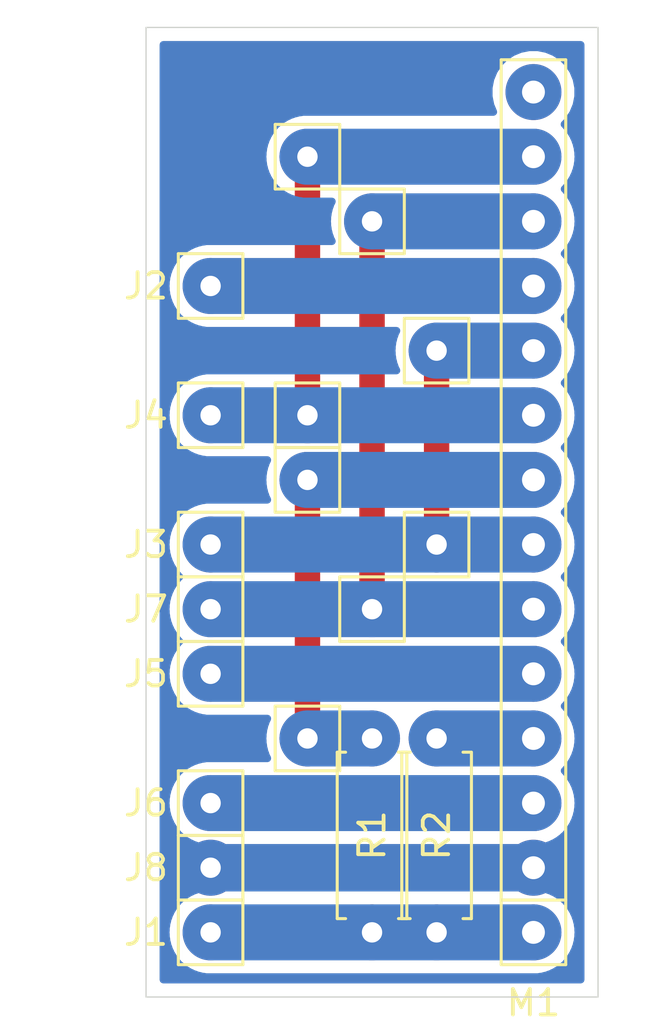
<source format=kicad_pcb>
(kicad_pcb (version 20171130) (host pcbnew "(5.1.6)-1")

  (general
    (thickness 1.6)
    (drawings 7)
    (tracks 17)
    (zones 0)
    (modules 19)
    (nets 12)
  )

  (page A4)
  (layers
    (0 F.Cu signal)
    (31 B.Cu signal)
    (32 B.Adhes user)
    (33 F.Adhes user)
    (34 B.Paste user)
    (35 F.Paste user)
    (36 B.SilkS user)
    (37 F.SilkS user)
    (38 B.Mask user)
    (39 F.Mask user)
    (40 Dwgs.User user hide)
    (41 Cmts.User user)
    (42 Eco1.User user)
    (43 Eco2.User user)
    (44 Edge.Cuts user)
    (45 Margin user)
    (46 B.CrtYd user)
    (47 F.CrtYd user)
    (48 B.Fab user)
    (49 F.Fab user)
  )

  (setup
    (last_trace_width 0.25)
    (user_trace_width 1)
    (user_trace_width 2)
    (user_trace_width 2.2)
    (trace_clearance 0.2)
    (zone_clearance 0.508)
    (zone_45_only no)
    (trace_min 0.2)
    (via_size 0.8)
    (via_drill 0.4)
    (via_min_size 0.4)
    (via_min_drill 0.3)
    (uvia_size 0.3)
    (uvia_drill 0.1)
    (uvias_allowed no)
    (uvia_min_size 0.2)
    (uvia_min_drill 0.1)
    (edge_width 0.05)
    (segment_width 0.2)
    (pcb_text_width 0.3)
    (pcb_text_size 1.5 1.5)
    (mod_edge_width 0.12)
    (mod_text_size 1 1)
    (mod_text_width 0.15)
    (pad_size 1.524 1.524)
    (pad_drill 0.762)
    (pad_to_mask_clearance 0.05)
    (aux_axis_origin 0 0)
    (visible_elements 7FFFFFFF)
    (pcbplotparams
      (layerselection 0x01040_fffffffe)
      (usegerberextensions false)
      (usegerberattributes true)
      (usegerberadvancedattributes true)
      (creategerberjobfile false)
      (excludeedgelayer true)
      (linewidth 0.100000)
      (plotframeref false)
      (viasonmask false)
      (mode 1)
      (useauxorigin false)
      (hpglpennumber 1)
      (hpglpenspeed 20)
      (hpglpendiameter 15.000000)
      (psnegative false)
      (psa4output false)
      (plotreference true)
      (plotvalue true)
      (plotinvisibletext false)
      (padsonsilk false)
      (subtractmaskfromsilk false)
      (outputformat 1)
      (mirror false)
      (drillshape 0)
      (scaleselection 1)
      (outputdirectory "plot/"))
  )

  (net 0 "")
  (net 1 "Net-(J1-Pad1)")
  (net 2 "Net-(M1-Pad4)")
  (net 3 "Net-(M1-Pad8)")
  (net 4 "Net-(M1-Pad14)")
  (net 5 "Net-(J2-Pad1)")
  (net 6 "Net-(J3-Pad1)")
  (net 7 "Net-(J4-Pad1)")
  (net 8 "Net-(J5-Pad1)")
  (net 9 "Net-(J6-Pad1)")
  (net 10 "Net-(J7-Pad1)")
  (net 11 "Net-(J8-Pad1)")

  (net_class Default "This is the default net class."
    (clearance 0.2)
    (trace_width 0.25)
    (via_dia 0.8)
    (via_drill 0.4)
    (uvia_dia 0.3)
    (uvia_drill 0.1)
    (add_net "Net-(J1-Pad1)")
    (add_net "Net-(J2-Pad1)")
    (add_net "Net-(J3-Pad1)")
    (add_net "Net-(J4-Pad1)")
    (add_net "Net-(J5-Pad1)")
    (add_net "Net-(J6-Pad1)")
    (add_net "Net-(J7-Pad1)")
    (add_net "Net-(J8-Pad1)")
    (add_net "Net-(M1-Pad14)")
    (add_net "Net-(M1-Pad4)")
    (add_net "Net-(M1-Pad8)")
  )

  (module cnc3018-PCB:my1pin (layer F.Cu) (tedit 612C312C) (tstamp 61478490)
    (at 2.54 -2.54 180)
    (path /6147C8F0)
    (fp_text reference J1 (at 2.54 0) (layer F.SilkS)
      (effects (font (size 1 1) (thickness 0.15)))
    )
    (fp_text value 5V (at 6.35 0) (layer F.Fab)
      (effects (font (size 1 1) (thickness 0.15)))
    )
    (fp_line (start -1.27 -1.27) (end 1.27 -1.27) (layer F.SilkS) (width 0.12))
    (fp_line (start -1.27 -1.27) (end -1.27 1.27) (layer F.SilkS) (width 0.12))
    (fp_line (start -1.27 1.27) (end 1.27 1.27) (layer F.SilkS) (width 0.12))
    (fp_line (start 1.27 1.27) (end 1.27 -1.27) (layer F.SilkS) (width 0.12))
    (pad 1 thru_hole circle (at 0 0 180) (size 2.2 2.2) (drill 0.8) (layers *.Cu *.Mask)
      (net 1 "Net-(J1-Pad1)"))
  )

  (module cnc3018-PCB:my1pin (layer F.Cu) (tedit 612C312C) (tstamp 61478499)
    (at 2.54 -27.94 180)
    (path /6147DA28)
    (fp_text reference J2 (at 2.54 0) (layer F.SilkS)
      (effects (font (size 1 1) (thickness 0.15)))
    )
    (fp_text value T_CS (at 6.35 0) (layer F.Fab)
      (effects (font (size 1 1) (thickness 0.15)))
    )
    (fp_line (start 1.27 1.27) (end 1.27 -1.27) (layer F.SilkS) (width 0.12))
    (fp_line (start -1.27 1.27) (end 1.27 1.27) (layer F.SilkS) (width 0.12))
    (fp_line (start -1.27 -1.27) (end -1.27 1.27) (layer F.SilkS) (width 0.12))
    (fp_line (start -1.27 -1.27) (end 1.27 -1.27) (layer F.SilkS) (width 0.12))
    (pad 1 thru_hole circle (at 0 0 180) (size 2.2 2.2) (drill 0.8) (layers *.Cu *.Mask)
      (net 5 "Net-(J2-Pad1)"))
  )

  (module cnc3018-PCB:my1pin (layer F.Cu) (tedit 612C312C) (tstamp 614784A2)
    (at 2.54 -17.78 180)
    (path /6147E475)
    (fp_text reference J3 (at 2.54 0) (layer F.SilkS)
      (effects (font (size 1 1) (thickness 0.15)))
    )
    (fp_text value CLK (at 6.35 0) (layer F.Fab)
      (effects (font (size 1 1) (thickness 0.15)))
    )
    (fp_line (start -1.27 -1.27) (end 1.27 -1.27) (layer F.SilkS) (width 0.12))
    (fp_line (start -1.27 -1.27) (end -1.27 1.27) (layer F.SilkS) (width 0.12))
    (fp_line (start -1.27 1.27) (end 1.27 1.27) (layer F.SilkS) (width 0.12))
    (fp_line (start 1.27 1.27) (end 1.27 -1.27) (layer F.SilkS) (width 0.12))
    (pad 1 thru_hole circle (at 0 0 180) (size 2.2 2.2) (drill 0.8) (layers *.Cu *.Mask)
      (net 6 "Net-(J3-Pad1)"))
  )

  (module cnc3018-PCB:my1pin (layer F.Cu) (tedit 612C312C) (tstamp 614784AB)
    (at 2.54 -22.86 180)
    (path /6147F1E3)
    (fp_text reference J4 (at 2.54 0) (layer F.SilkS)
      (effects (font (size 1 1) (thickness 0.15)))
    )
    (fp_text value MISO (at 6.35 0) (layer F.Fab)
      (effects (font (size 1 1) (thickness 0.15)))
    )
    (fp_line (start 1.27 1.27) (end 1.27 -1.27) (layer F.SilkS) (width 0.12))
    (fp_line (start -1.27 1.27) (end 1.27 1.27) (layer F.SilkS) (width 0.12))
    (fp_line (start -1.27 -1.27) (end -1.27 1.27) (layer F.SilkS) (width 0.12))
    (fp_line (start -1.27 -1.27) (end 1.27 -1.27) (layer F.SilkS) (width 0.12))
    (pad 1 thru_hole circle (at 0 0 180) (size 2.2 2.2) (drill 0.8) (layers *.Cu *.Mask)
      (net 7 "Net-(J4-Pad1)"))
  )

  (module cnc3018-PCB:my1pin (layer F.Cu) (tedit 612C312C) (tstamp 614784B4)
    (at 2.54 -12.7 180)
    (path /6147FDC6)
    (fp_text reference J5 (at 2.54 0) (layer F.SilkS)
      (effects (font (size 1 1) (thickness 0.15)))
    )
    (fp_text value DC (at 6.35 0) (layer F.Fab)
      (effects (font (size 1 1) (thickness 0.15)))
    )
    (fp_line (start -1.27 -1.27) (end 1.27 -1.27) (layer F.SilkS) (width 0.12))
    (fp_line (start -1.27 -1.27) (end -1.27 1.27) (layer F.SilkS) (width 0.12))
    (fp_line (start -1.27 1.27) (end 1.27 1.27) (layer F.SilkS) (width 0.12))
    (fp_line (start 1.27 1.27) (end 1.27 -1.27) (layer F.SilkS) (width 0.12))
    (pad 1 thru_hole circle (at 0 0 180) (size 2.2 2.2) (drill 0.8) (layers *.Cu *.Mask)
      (net 8 "Net-(J5-Pad1)"))
  )

  (module cnc3018-PCB:my1pin (layer F.Cu) (tedit 612C312C) (tstamp 614784BD)
    (at 2.54 -7.62 180)
    (path /61480747)
    (fp_text reference J6 (at 2.54 0) (layer F.SilkS)
      (effects (font (size 1 1) (thickness 0.15)))
    )
    (fp_text value CS (at 6.35 0) (layer F.Fab)
      (effects (font (size 1 1) (thickness 0.15)))
    )
    (fp_line (start 1.27 1.27) (end 1.27 -1.27) (layer F.SilkS) (width 0.12))
    (fp_line (start -1.27 1.27) (end 1.27 1.27) (layer F.SilkS) (width 0.12))
    (fp_line (start -1.27 -1.27) (end -1.27 1.27) (layer F.SilkS) (width 0.12))
    (fp_line (start -1.27 -1.27) (end 1.27 -1.27) (layer F.SilkS) (width 0.12))
    (pad 1 thru_hole circle (at 0 0 180) (size 2.2 2.2) (drill 0.8) (layers *.Cu *.Mask)
      (net 9 "Net-(J6-Pad1)"))
  )

  (module cnc3018-PCB:my1pin (layer F.Cu) (tedit 612C312C) (tstamp 614784C6)
    (at 2.54 -15.24 180)
    (path /6148260B)
    (fp_text reference J7 (at 2.54 0) (layer F.SilkS)
      (effects (font (size 1 1) (thickness 0.15)))
    )
    (fp_text value MOSI (at 6.35 0) (layer F.Fab)
      (effects (font (size 1 1) (thickness 0.15)))
    )
    (fp_line (start -1.27 -1.27) (end 1.27 -1.27) (layer F.SilkS) (width 0.12))
    (fp_line (start -1.27 -1.27) (end -1.27 1.27) (layer F.SilkS) (width 0.12))
    (fp_line (start -1.27 1.27) (end 1.27 1.27) (layer F.SilkS) (width 0.12))
    (fp_line (start 1.27 1.27) (end 1.27 -1.27) (layer F.SilkS) (width 0.12))
    (pad 1 thru_hole circle (at 0 0 180) (size 2.2 2.2) (drill 0.8) (layers *.Cu *.Mask)
      (net 10 "Net-(J7-Pad1)"))
  )

  (module cnc3018-PCB:my1pin (layer F.Cu) (tedit 612C312C) (tstamp 614784CF)
    (at 2.54 -5.08 180)
    (path /6148308A)
    (fp_text reference J8 (at 2.54 0) (layer F.SilkS)
      (effects (font (size 1 1) (thickness 0.15)))
    )
    (fp_text value GND (at 6.35 0) (layer F.Fab)
      (effects (font (size 1 1) (thickness 0.15)))
    )
    (fp_line (start 1.27 1.27) (end 1.27 -1.27) (layer F.SilkS) (width 0.12))
    (fp_line (start -1.27 1.27) (end 1.27 1.27) (layer F.SilkS) (width 0.12))
    (fp_line (start -1.27 -1.27) (end -1.27 1.27) (layer F.SilkS) (width 0.12))
    (fp_line (start -1.27 -1.27) (end 1.27 -1.27) (layer F.SilkS) (width 0.12))
    (pad 1 thru_hole circle (at 0 0 180) (size 2.2 2.2) (drill 0.8) (layers *.Cu *.Mask)
      (net 11 "Net-(J8-Pad1)"))
  )

  (module cnc3018-PCB:my1pin (layer F.Cu) (tedit 612C312C) (tstamp 6147896A)
    (at 6.35 -20.32)
    (path /614948AC)
    (fp_text reference V1 (at 0 2.54) (layer F.SilkS) hide
      (effects (font (size 1 1) (thickness 0.15)))
    )
    (fp_text value Conn_01x01 (at 0 -2.54) (layer F.Fab) hide
      (effects (font (size 1 1) (thickness 0.15)))
    )
    (fp_line (start 1.27 1.27) (end 1.27 -1.27) (layer F.SilkS) (width 0.12))
    (fp_line (start -1.27 1.27) (end 1.27 1.27) (layer F.SilkS) (width 0.12))
    (fp_line (start -1.27 -1.27) (end -1.27 1.27) (layer F.SilkS) (width 0.12))
    (fp_line (start -1.27 -1.27) (end 1.27 -1.27) (layer F.SilkS) (width 0.12))
    (pad 1 thru_hole circle (at 0 0) (size 2.2 2.2) (drill 0.8) (layers *.Cu *.Mask)
      (net 3 "Net-(M1-Pad8)"))
  )

  (module cnc3018-PCB:my1pin (layer F.Cu) (tedit 612C312C) (tstamp 61478973)
    (at 6.35 -10.16)
    (path /614953E0)
    (fp_text reference V2 (at 0 2.54) (layer F.SilkS) hide
      (effects (font (size 1 1) (thickness 0.15)))
    )
    (fp_text value Conn_01x01 (at 0 -2.54) (layer F.Fab) hide
      (effects (font (size 1 1) (thickness 0.15)))
    )
    (fp_line (start -1.27 -1.27) (end 1.27 -1.27) (layer F.SilkS) (width 0.12))
    (fp_line (start -1.27 -1.27) (end -1.27 1.27) (layer F.SilkS) (width 0.12))
    (fp_line (start -1.27 1.27) (end 1.27 1.27) (layer F.SilkS) (width 0.12))
    (fp_line (start 1.27 1.27) (end 1.27 -1.27) (layer F.SilkS) (width 0.12))
    (pad 1 thru_hole circle (at 0 0) (size 2.2 2.2) (drill 0.8) (layers *.Cu *.Mask)
      (net 3 "Net-(M1-Pad8)"))
  )

  (module cnc3018-PCB:my1pin (layer F.Cu) (tedit 612C312C) (tstamp 6147897C)
    (at 11.43 -25.4)
    (path /6149312E)
    (fp_text reference V3 (at 0 2.54) (layer F.SilkS) hide
      (effects (font (size 1 1) (thickness 0.15)))
    )
    (fp_text value Conn_01x01 (at 0 -2.54) (layer F.Fab) hide
      (effects (font (size 1 1) (thickness 0.15)))
    )
    (fp_line (start 1.27 1.27) (end 1.27 -1.27) (layer F.SilkS) (width 0.12))
    (fp_line (start -1.27 1.27) (end 1.27 1.27) (layer F.SilkS) (width 0.12))
    (fp_line (start -1.27 -1.27) (end -1.27 1.27) (layer F.SilkS) (width 0.12))
    (fp_line (start -1.27 -1.27) (end 1.27 -1.27) (layer F.SilkS) (width 0.12))
    (pad 1 thru_hole circle (at 0 0) (size 2.2 2.2) (drill 0.8) (layers *.Cu *.Mask)
      (net 6 "Net-(J3-Pad1)"))
  )

  (module cnc3018-PCB:my1pin (layer F.Cu) (tedit 612C312C) (tstamp 61478985)
    (at 11.43 -17.78)
    (path /61493B84)
    (fp_text reference V5 (at 0 2.54) (layer F.SilkS) hide
      (effects (font (size 1 1) (thickness 0.15)))
    )
    (fp_text value Conn_01x01 (at 0 -2.54) (layer F.Fab) hide
      (effects (font (size 1 1) (thickness 0.15)))
    )
    (fp_line (start -1.27 -1.27) (end 1.27 -1.27) (layer F.SilkS) (width 0.12))
    (fp_line (start -1.27 -1.27) (end -1.27 1.27) (layer F.SilkS) (width 0.12))
    (fp_line (start -1.27 1.27) (end 1.27 1.27) (layer F.SilkS) (width 0.12))
    (fp_line (start 1.27 1.27) (end 1.27 -1.27) (layer F.SilkS) (width 0.12))
    (pad 1 thru_hole circle (at 0 0) (size 2.2 2.2) (drill 0.8) (layers *.Cu *.Mask)
      (net 6 "Net-(J3-Pad1)"))
  )

  (module cnc3018-PCB:my1pin (layer F.Cu) (tedit 612C312C) (tstamp 6147898E)
    (at 6.35 -22.86)
    (path /61491E38)
    (fp_text reference V6 (at 0 2.54) (layer F.SilkS) hide
      (effects (font (size 1 1) (thickness 0.15)))
    )
    (fp_text value Conn_01x01 (at 0 -2.54) (layer F.Fab) hide
      (effects (font (size 1 1) (thickness 0.15)))
    )
    (fp_line (start 1.27 1.27) (end 1.27 -1.27) (layer F.SilkS) (width 0.12))
    (fp_line (start -1.27 1.27) (end 1.27 1.27) (layer F.SilkS) (width 0.12))
    (fp_line (start -1.27 -1.27) (end -1.27 1.27) (layer F.SilkS) (width 0.12))
    (fp_line (start -1.27 -1.27) (end 1.27 -1.27) (layer F.SilkS) (width 0.12))
    (pad 1 thru_hole circle (at 0 0) (size 2.2 2.2) (drill 0.8) (layers *.Cu *.Mask)
      (net 7 "Net-(J4-Pad1)"))
  )

  (module cnc3018-PCB:my1pin (layer F.Cu) (tedit 612C312C) (tstamp 61478997)
    (at 8.89 -15.24)
    (path /614909A3)
    (fp_text reference V7 (at 0 2.54) (layer F.SilkS) hide
      (effects (font (size 1 1) (thickness 0.15)))
    )
    (fp_text value Conn_01x01 (at 0 -2.54) (layer F.Fab) hide
      (effects (font (size 1 1) (thickness 0.15)))
    )
    (fp_line (start 1.27 1.27) (end 1.27 -1.27) (layer F.SilkS) (width 0.12))
    (fp_line (start -1.27 1.27) (end 1.27 1.27) (layer F.SilkS) (width 0.12))
    (fp_line (start -1.27 -1.27) (end -1.27 1.27) (layer F.SilkS) (width 0.12))
    (fp_line (start -1.27 -1.27) (end 1.27 -1.27) (layer F.SilkS) (width 0.12))
    (pad 1 thru_hole circle (at 0 0) (size 2.2 2.2) (drill 0.8) (layers *.Cu *.Mask)
      (net 10 "Net-(J7-Pad1)"))
  )

  (module cnc3018-PCB:my1pin (layer F.Cu) (tedit 612C312C) (tstamp 614789A0)
    (at 6.35 -33.02)
    (path /61492738)
    (fp_text reference V8 (at 0 2.54) (layer F.SilkS) hide
      (effects (font (size 1 1) (thickness 0.15)))
    )
    (fp_text value Conn_01x01 (at 0 -2.54) (layer F.Fab) hide
      (effects (font (size 1 1) (thickness 0.15)))
    )
    (fp_line (start -1.27 -1.27) (end 1.27 -1.27) (layer F.SilkS) (width 0.12))
    (fp_line (start -1.27 -1.27) (end -1.27 1.27) (layer F.SilkS) (width 0.12))
    (fp_line (start -1.27 1.27) (end 1.27 1.27) (layer F.SilkS) (width 0.12))
    (fp_line (start 1.27 1.27) (end 1.27 -1.27) (layer F.SilkS) (width 0.12))
    (pad 1 thru_hole circle (at 0 0) (size 2.2 2.2) (drill 0.8) (layers *.Cu *.Mask)
      (net 7 "Net-(J4-Pad1)"))
  )

  (module cnc3018-PCB:my1pin (layer F.Cu) (tedit 612C312C) (tstamp 614789A9)
    (at 8.89 -30.48)
    (path /614913A4)
    (fp_text reference V9 (at 0 2.54) (layer F.SilkS) hide
      (effects (font (size 1 1) (thickness 0.15)))
    )
    (fp_text value Conn_01x01 (at 0 -2.54) (layer F.Fab) hide
      (effects (font (size 1 1) (thickness 0.15)))
    )
    (fp_line (start -1.27 -1.27) (end 1.27 -1.27) (layer F.SilkS) (width 0.12))
    (fp_line (start -1.27 -1.27) (end -1.27 1.27) (layer F.SilkS) (width 0.12))
    (fp_line (start -1.27 1.27) (end 1.27 1.27) (layer F.SilkS) (width 0.12))
    (fp_line (start 1.27 1.27) (end 1.27 -1.27) (layer F.SilkS) (width 0.12))
    (pad 1 thru_hole circle (at 0 0) (size 2.2 2.2) (drill 0.8) (layers *.Cu *.Mask)
      (net 10 "Net-(J7-Pad1)"))
  )

  (module 0_my_footprints:myResistor (layer F.Cu) (tedit 663A7FBA) (tstamp 679F48BE)
    (at 8.89 -2.54 90)
    (descr "Resistor, Axial_DIN0207 series, Axial, Horizontal, pin pitch=7.62mm, 0.25W = 1/4W, length*diameter=6.3*2.5mm^2, http://cdn-reichelt.de/documents/datenblatt/B400/1_4W%23YAG.pdf")
    (tags "Resistor Axial_DIN0207 series Axial Horizontal pin pitch 7.62mm 0.25W = 1/4W length 6.3mm diameter 2.5mm")
    (path /6149A29E)
    (fp_text reference R1 (at 3.81 0 90) (layer F.SilkS)
      (effects (font (size 1 1) (thickness 0.15)))
    )
    (fp_text value 100 (at 3.81 -2.54 90) (layer F.Fab)
      (effects (font (size 1 1) (thickness 0.15)))
    )
    (fp_text user %R (at 3.81 0 90) (layer F.Fab)
      (effects (font (size 1 1) (thickness 0.15)))
    )
    (fp_line (start 8.67 -1.5) (end -1.05 -1.5) (layer F.CrtYd) (width 0.05))
    (fp_line (start 8.67 1.5) (end 8.67 -1.5) (layer F.CrtYd) (width 0.05))
    (fp_line (start -1.05 1.5) (end 8.67 1.5) (layer F.CrtYd) (width 0.05))
    (fp_line (start -1.05 -1.5) (end -1.05 1.5) (layer F.CrtYd) (width 0.05))
    (fp_line (start 7.08 1.37) (end 7.08 1.04) (layer F.SilkS) (width 0.12))
    (fp_line (start 0.54 1.37) (end 7.08 1.37) (layer F.SilkS) (width 0.12))
    (fp_line (start 0.54 1.04) (end 0.54 1.37) (layer F.SilkS) (width 0.12))
    (fp_line (start 7.08 -1.37) (end 7.08 -1.04) (layer F.SilkS) (width 0.12))
    (fp_line (start 0.54 -1.37) (end 7.08 -1.37) (layer F.SilkS) (width 0.12))
    (fp_line (start 0.54 -1.04) (end 0.54 -1.37) (layer F.SilkS) (width 0.12))
    (fp_line (start 7.62 0) (end 6.96 0) (layer F.Fab) (width 0.1))
    (fp_line (start 0 0) (end 0.66 0) (layer F.Fab) (width 0.1))
    (fp_line (start 6.96 -1.25) (end 0.66 -1.25) (layer F.Fab) (width 0.1))
    (fp_line (start 6.96 1.25) (end 6.96 -1.25) (layer F.Fab) (width 0.1))
    (fp_line (start 0.66 1.25) (end 6.96 1.25) (layer F.Fab) (width 0.1))
    (fp_line (start 0.66 -1.25) (end 0.66 1.25) (layer F.Fab) (width 0.1))
    (pad 2 thru_hole circle (at 7.62 0 90) (size 2.2 2.2) (drill 0.8) (layers *.Cu *.Mask)
      (net 3 "Net-(M1-Pad8)"))
    (pad 1 thru_hole circle (at 0 0 90) (size 2.2 2.2) (drill 0.8) (layers *.Cu *.Mask)
      (net 1 "Net-(J1-Pad1)"))
    (model ${KISYS3DMOD}/Resistor_THT.3dshapes/R_Axial_DIN0207_L6.3mm_D2.5mm_P7.62mm_Horizontal.wrl
      (at (xyz 0 0 0))
      (scale (xyz 1 1 1))
      (rotate (xyz 0 0 0))
    )
  )

  (module 0_my_footprints:myResistor (layer F.Cu) (tedit 663A7FBA) (tstamp 679F48D4)
    (at 11.43 -2.54 90)
    (descr "Resistor, Axial_DIN0207 series, Axial, Horizontal, pin pitch=7.62mm, 0.25W = 1/4W, length*diameter=6.3*2.5mm^2, http://cdn-reichelt.de/documents/datenblatt/B400/1_4W%23YAG.pdf")
    (tags "Resistor Axial_DIN0207 series Axial Horizontal pin pitch 7.62mm 0.25W = 1/4W length 6.3mm diameter 2.5mm")
    (path /6148DFD0)
    (fp_text reference R2 (at 3.81 0 90) (layer F.SilkS)
      (effects (font (size 1 1) (thickness 0.15)))
    )
    (fp_text value 10K (at 3.81 -2.54 90) (layer F.Fab)
      (effects (font (size 1 1) (thickness 0.15)))
    )
    (fp_line (start 0.66 -1.25) (end 0.66 1.25) (layer F.Fab) (width 0.1))
    (fp_line (start 0.66 1.25) (end 6.96 1.25) (layer F.Fab) (width 0.1))
    (fp_line (start 6.96 1.25) (end 6.96 -1.25) (layer F.Fab) (width 0.1))
    (fp_line (start 6.96 -1.25) (end 0.66 -1.25) (layer F.Fab) (width 0.1))
    (fp_line (start 0 0) (end 0.66 0) (layer F.Fab) (width 0.1))
    (fp_line (start 7.62 0) (end 6.96 0) (layer F.Fab) (width 0.1))
    (fp_line (start 0.54 -1.04) (end 0.54 -1.37) (layer F.SilkS) (width 0.12))
    (fp_line (start 0.54 -1.37) (end 7.08 -1.37) (layer F.SilkS) (width 0.12))
    (fp_line (start 7.08 -1.37) (end 7.08 -1.04) (layer F.SilkS) (width 0.12))
    (fp_line (start 0.54 1.04) (end 0.54 1.37) (layer F.SilkS) (width 0.12))
    (fp_line (start 0.54 1.37) (end 7.08 1.37) (layer F.SilkS) (width 0.12))
    (fp_line (start 7.08 1.37) (end 7.08 1.04) (layer F.SilkS) (width 0.12))
    (fp_line (start -1.05 -1.5) (end -1.05 1.5) (layer F.CrtYd) (width 0.05))
    (fp_line (start -1.05 1.5) (end 8.67 1.5) (layer F.CrtYd) (width 0.05))
    (fp_line (start 8.67 1.5) (end 8.67 -1.5) (layer F.CrtYd) (width 0.05))
    (fp_line (start 8.67 -1.5) (end -1.05 -1.5) (layer F.CrtYd) (width 0.05))
    (fp_text user %R (at 3.81 0 90) (layer F.Fab)
      (effects (font (size 1 1) (thickness 0.15)))
    )
    (pad 1 thru_hole circle (at 0 0 90) (size 2.2 2.2) (drill 0.8) (layers *.Cu *.Mask)
      (net 1 "Net-(J1-Pad1)"))
    (pad 2 thru_hole circle (at 7.62 0 90) (size 2.2 2.2) (drill 0.8) (layers *.Cu *.Mask)
      (net 2 "Net-(M1-Pad4)"))
    (model ${KISYS3DMOD}/Resistor_THT.3dshapes/R_Axial_DIN0207_L6.3mm_D2.5mm_P7.62mm_Horizontal.wrl
      (at (xyz 0 0 0))
      (scale (xyz 1 1 1))
      (rotate (xyz 0 0 0))
    )
  )

  (module 0_my_footprints:myPinSocket_1x14 (layer F.Cu) (tedit 64E24243) (tstamp 679F49B4)
    (at 15.24 -2.54 180)
    (descr "8.4mm tall socket strip, 1x14, 2.54mm pitch, from kicad_pinsockets.pm")
    (tags "Through hole socket strip THT 1x14 2.54mm single row")
    (path /6147A123)
    (fp_text reference M1 (at 0 -2.77) (layer F.SilkS)
      (effects (font (size 1 1) (thickness 0.15)))
    )
    (fp_text value TFT_ILI9341 (at 0 35.79) (layer F.Fab)
      (effects (font (size 1 1) (thickness 0.15)))
    )
    (fp_line (start -1.27 1.27) (end 1.27 1.27) (layer F.SilkS) (width 0.12))
    (fp_line (start 1.27 34.29) (end -1.27 34.29) (layer F.SilkS) (width 0.12))
    (fp_line (start 1.27 -1.27) (end 1.27 34.29) (layer F.SilkS) (width 0.12))
    (fp_line (start -1.27 -1.27) (end 1.27 -1.27) (layer F.SilkS) (width 0.12))
    (fp_line (start -1.27 34.29) (end -1.27 -1.27) (layer F.SilkS) (width 0.12))
    (pad 1 thru_hole circle (at 0 0 180) (size 2.2 2.2) (drill 0.9) (layers *.Cu *.Mask)
      (net 1 "Net-(J1-Pad1)"))
    (pad 2 thru_hole circle (at 0 2.54 180) (size 2.2 2.2) (drill 0.9) (layers *.Cu *.Mask)
      (net 11 "Net-(J8-Pad1)"))
    (pad 3 thru_hole circle (at 0 5.08 180) (size 2.2 2.2) (drill 0.9) (layers *.Cu *.Mask)
      (net 9 "Net-(J6-Pad1)"))
    (pad 4 thru_hole circle (at 0 7.62 180) (size 2.2 2.2) (drill 0.9) (layers *.Cu *.Mask)
      (net 2 "Net-(M1-Pad4)"))
    (pad 5 thru_hole circle (at 0 10.16 180) (size 2.2 2.2) (drill 0.9) (layers *.Cu *.Mask)
      (net 8 "Net-(J5-Pad1)"))
    (pad 6 thru_hole circle (at 0 12.7 180) (size 2.2 2.2) (drill 0.9) (layers *.Cu *.Mask)
      (net 10 "Net-(J7-Pad1)"))
    (pad 7 thru_hole circle (at 0 15.24 180) (size 2.2 2.2) (drill 0.9) (layers *.Cu *.Mask)
      (net 6 "Net-(J3-Pad1)"))
    (pad 8 thru_hole circle (at 0 17.78 180) (size 2.2 2.2) (drill 0.9) (layers *.Cu *.Mask)
      (net 3 "Net-(M1-Pad8)"))
    (pad 9 thru_hole circle (at 0 20.32 180) (size 2.2 2.2) (drill 0.9) (layers *.Cu *.Mask)
      (net 7 "Net-(J4-Pad1)"))
    (pad 10 thru_hole circle (at 0 22.86 180) (size 2.2 2.2) (drill 0.9) (layers *.Cu *.Mask)
      (net 6 "Net-(J3-Pad1)"))
    (pad 11 thru_hole circle (at 0 25.4 180) (size 2.2 2.2) (drill 0.9) (layers *.Cu *.Mask)
      (net 5 "Net-(J2-Pad1)"))
    (pad 12 thru_hole circle (at 0 27.94 180) (size 2.2 2.2) (drill 0.9) (layers *.Cu *.Mask)
      (net 10 "Net-(J7-Pad1)"))
    (pad 13 thru_hole circle (at 0 30.48 180) (size 2.2 2.2) (drill 0.9) (layers *.Cu *.Mask)
      (net 7 "Net-(J4-Pad1)"))
    (pad 14 thru_hole circle (at 0 33.02 180) (size 2.2 2.2) (drill 0.9) (layers *.Cu *.Mask)
      (net 4 "Net-(M1-Pad14)"))
    (model ${MY_KICAD_LIBRARIES}/my_3d_files/pinSockets/myPinSocket_1x14.step
      (at (xyz 0 0 0))
      (scale (xyz 1 1 1))
      (rotate (xyz 0 0 0))
    )
  )

  (gr_line (start 0 0) (end 0 -38.1) (layer Edge.Cuts) (width 0.05) (tstamp 615916DA))
  (gr_line (start 17.78 0) (end 0 0) (layer Edge.Cuts) (width 0.05))
  (gr_line (start 17.78 -38.1) (end 17.78 0) (layer Edge.Cuts) (width 0.05))
  (gr_line (start 0 -38.1) (end 17.78 -38.1) (layer Edge.Cuts) (width 0.05))
  (dimension 38.1 (width 0.15) (layer Dwgs.User)
    (gr_text "38.100 mm" (at 24.16 -19.05 90) (layer Dwgs.User)
      (effects (font (size 1 1) (thickness 0.15)))
    )
    (feature1 (pts (xy 17.78 -38.1) (xy 23.446421 -38.1)))
    (feature2 (pts (xy 17.78 0) (xy 23.446421 0)))
    (crossbar (pts (xy 22.86 0) (xy 22.86 -38.1)))
    (arrow1a (pts (xy 22.86 -38.1) (xy 23.446421 -36.973496)))
    (arrow1b (pts (xy 22.86 -38.1) (xy 22.273579 -36.973496)))
    (arrow2a (pts (xy 22.86 0) (xy 23.446421 -1.126504)))
    (arrow2b (pts (xy 22.86 0) (xy 22.273579 -1.126504)))
  )
  (dimension 17.78 (width 0.15) (layer Dwgs.User)
    (gr_text "17.780 mm" (at 8.89 3.84) (layer Dwgs.User)
      (effects (font (size 1 1) (thickness 0.15)))
    )
    (feature1 (pts (xy 17.78 0) (xy 17.78 3.126421)))
    (feature2 (pts (xy 0 0) (xy 0 3.126421)))
    (crossbar (pts (xy 0 2.54) (xy 17.78 2.54)))
    (arrow1a (pts (xy 17.78 2.54) (xy 16.653496 3.126421)))
    (arrow1b (pts (xy 17.78 2.54) (xy 16.653496 1.953579)))
    (arrow2a (pts (xy 0 2.54) (xy 1.126504 3.126421)))
    (arrow2b (pts (xy 0 2.54) (xy 1.126504 1.953579)))
  )
  (gr_text "2.5mm\n" (at 11.73 -2.5) (layer Dwgs.User)
    (effects (font (size 1 1) (thickness 0.15)))
  )

  (segment (start 15.24 -2.54) (end 2.54 -2.54) (width 2.2) (layer B.Cu) (net 1))
  (segment (start 15.24 -10.16) (end 11.43 -10.16) (width 2.2) (layer B.Cu) (net 2))
  (segment (start 6.35 -20.32) (end 6.35 -10.16) (width 1) (layer F.Cu) (net 3))
  (segment (start 8.89 -10.16) (end 6.35 -10.16) (width 2.2) (layer B.Cu) (net 3))
  (segment (start 6.35 -20.32) (end 15.24 -20.32) (width 2.2) (layer B.Cu) (net 3))
  (segment (start 2.54 -27.94) (end 15.24 -27.94) (width 2.2) (layer B.Cu) (net 5))
  (segment (start 11.43 -25.4) (end 11.43 -17.78) (width 1) (layer F.Cu) (net 6))
  (segment (start 2.54 -17.78) (end 15.24 -17.78) (width 2.2) (layer B.Cu) (net 6))
  (segment (start 11.43 -25.4) (end 15.24 -25.4) (width 2.2) (layer B.Cu) (net 6))
  (segment (start 6.35 -33.02) (end 6.35 -22.86) (width 1) (layer F.Cu) (net 7))
  (segment (start 2.54 -22.86) (end 15.24 -22.86) (width 2.2) (layer B.Cu) (net 7))
  (segment (start 6.35 -33.02) (end 15.24 -33.02) (width 2.2) (layer B.Cu) (net 7))
  (segment (start 2.54 -12.7) (end 15.24 -12.7) (width 2.2) (layer B.Cu) (net 8))
  (segment (start 15.24 -7.62) (end 2.54 -7.62) (width 2.2) (layer B.Cu) (net 9))
  (segment (start 8.89 -30.48) (end 8.89 -15.24) (width 1) (layer F.Cu) (net 10))
  (segment (start 2.54 -15.24) (end 15.24 -15.24) (width 2.2) (layer B.Cu) (net 10))
  (segment (start 8.89 -30.48) (end 15.24 -30.48) (width 2.2) (layer B.Cu) (net 10))

  (zone (net 11) (net_name "Net-(J8-Pad1)") (layer B.Cu) (tstamp 61479726) (hatch edge 0.508)
    (connect_pads yes (clearance 0.508))
    (min_thickness 0.3)
    (fill yes (arc_segments 32) (thermal_gap 0.508) (thermal_bridge_width 0.508))
    (polygon
      (pts
        (xy 17.78 0) (xy 0 0) (xy 0 -38.1) (xy 17.78 -38.1)
      )
    )
    (filled_polygon
      (pts
        (xy 17.097001 -0.683) (xy 0.683 -0.683) (xy 0.683 -2.54) (xy 0.773494 -2.54) (xy 0.782 -2.453637)
        (xy 0.782 -2.366852) (xy 0.798931 -2.281734) (xy 0.807437 -2.195372) (xy 0.832628 -2.112328) (xy 0.849559 -2.02721)
        (xy 0.882769 -1.947034) (xy 0.907961 -1.863987) (xy 0.948872 -1.787448) (xy 0.982081 -1.707275) (xy 1.030294 -1.635118)
        (xy 1.071204 -1.558582) (xy 1.126255 -1.491503) (xy 1.174472 -1.41934) (xy 1.235844 -1.357968) (xy 1.290892 -1.290892)
        (xy 1.357968 -1.235844) (xy 1.41934 -1.174472) (xy 1.491503 -1.126255) (xy 1.558582 -1.071204) (xy 1.635118 -1.030294)
        (xy 1.707275 -0.982081) (xy 1.787448 -0.948872) (xy 1.863987 -0.907961) (xy 1.947034 -0.882769) (xy 2.02721 -0.849559)
        (xy 2.112328 -0.832628) (xy 2.195372 -0.807437) (xy 2.281734 -0.798931) (xy 2.366852 -0.782) (xy 15.413148 -0.782)
        (xy 15.498266 -0.798931) (xy 15.584628 -0.807437) (xy 15.667672 -0.832628) (xy 15.75279 -0.849559) (xy 15.832966 -0.882769)
        (xy 15.916013 -0.907961) (xy 15.992552 -0.948872) (xy 16.072725 -0.982081) (xy 16.144882 -1.030294) (xy 16.221418 -1.071204)
        (xy 16.288497 -1.126255) (xy 16.36066 -1.174472) (xy 16.422032 -1.235844) (xy 16.489108 -1.290892) (xy 16.544156 -1.357968)
        (xy 16.605528 -1.41934) (xy 16.653745 -1.491503) (xy 16.708796 -1.558582) (xy 16.749706 -1.635118) (xy 16.797919 -1.707275)
        (xy 16.831128 -1.787448) (xy 16.872039 -1.863987) (xy 16.897231 -1.947034) (xy 16.930441 -2.02721) (xy 16.947372 -2.112328)
        (xy 16.972563 -2.195372) (xy 16.981069 -2.281734) (xy 16.998 -2.366852) (xy 16.998 -2.453637) (xy 17.006506 -2.54)
        (xy 16.998 -2.626363) (xy 16.998 -2.713148) (xy 16.981069 -2.798266) (xy 16.972563 -2.884628) (xy 16.947372 -2.967672)
        (xy 16.930441 -3.05279) (xy 16.897231 -3.132966) (xy 16.872039 -3.216013) (xy 16.831128 -3.292552) (xy 16.797919 -3.372725)
        (xy 16.749706 -3.444882) (xy 16.708796 -3.521418) (xy 16.653745 -3.588497) (xy 16.605528 -3.66066) (xy 16.544156 -3.722032)
        (xy 16.489108 -3.789108) (xy 16.422032 -3.844156) (xy 16.36066 -3.905528) (xy 16.288497 -3.953745) (xy 16.221418 -4.008796)
        (xy 16.144882 -4.049706) (xy 16.072725 -4.097919) (xy 15.992552 -4.131128) (xy 15.916013 -4.172039) (xy 15.832966 -4.197231)
        (xy 15.75279 -4.230441) (xy 15.667672 -4.247372) (xy 15.584628 -4.272563) (xy 15.498266 -4.281069) (xy 15.413148 -4.298)
        (xy 2.366852 -4.298) (xy 2.281734 -4.281069) (xy 2.195372 -4.272563) (xy 2.112328 -4.247372) (xy 2.02721 -4.230441)
        (xy 1.947034 -4.197231) (xy 1.863987 -4.172039) (xy 1.787448 -4.131128) (xy 1.707275 -4.097919) (xy 1.635118 -4.049706)
        (xy 1.558582 -4.008796) (xy 1.491503 -3.953745) (xy 1.41934 -3.905528) (xy 1.357968 -3.844156) (xy 1.290892 -3.789108)
        (xy 1.235844 -3.722032) (xy 1.174472 -3.66066) (xy 1.126255 -3.588497) (xy 1.071204 -3.521418) (xy 1.030294 -3.444882)
        (xy 0.982081 -3.372725) (xy 0.948872 -3.292552) (xy 0.907961 -3.216013) (xy 0.882769 -3.132966) (xy 0.849559 -3.05279)
        (xy 0.832628 -2.967672) (xy 0.807437 -2.884628) (xy 0.798931 -2.798266) (xy 0.782 -2.713148) (xy 0.782 -2.626363)
        (xy 0.773494 -2.54) (xy 0.683 -2.54) (xy 0.683 -27.94) (xy 0.773494 -27.94) (xy 0.782 -27.853637)
        (xy 0.782 -27.766852) (xy 0.798931 -27.681734) (xy 0.807437 -27.595372) (xy 0.832628 -27.512328) (xy 0.849559 -27.42721)
        (xy 0.882769 -27.347034) (xy 0.907961 -27.263987) (xy 0.948872 -27.187448) (xy 0.982081 -27.107275) (xy 1.030294 -27.035118)
        (xy 1.071204 -26.958582) (xy 1.126255 -26.891503) (xy 1.174472 -26.81934) (xy 1.235844 -26.757968) (xy 1.290892 -26.690892)
        (xy 1.357968 -26.635844) (xy 1.41934 -26.574472) (xy 1.491503 -26.526255) (xy 1.558582 -26.471204) (xy 1.635118 -26.430294)
        (xy 1.707275 -26.382081) (xy 1.787448 -26.348872) (xy 1.863987 -26.307961) (xy 1.947034 -26.282769) (xy 2.02721 -26.249559)
        (xy 2.112328 -26.232628) (xy 2.195372 -26.207437) (xy 2.281734 -26.198931) (xy 2.366852 -26.182) (xy 9.85107 -26.182)
        (xy 9.838872 -26.152552) (xy 9.797961 -26.076013) (xy 9.772769 -25.992966) (xy 9.739559 -25.91279) (xy 9.722628 -25.827672)
        (xy 9.697437 -25.744628) (xy 9.688931 -25.658266) (xy 9.672 -25.573148) (xy 9.672 -25.486363) (xy 9.663494 -25.4)
        (xy 9.672 -25.313637) (xy 9.672 -25.226852) (xy 9.688931 -25.141734) (xy 9.697437 -25.055372) (xy 9.722628 -24.972328)
        (xy 9.739559 -24.88721) (xy 9.772769 -24.807034) (xy 9.797961 -24.723987) (xy 9.838872 -24.647448) (xy 9.85107 -24.618)
        (xy 2.366852 -24.618) (xy 2.281734 -24.601069) (xy 2.195372 -24.592563) (xy 2.112328 -24.567372) (xy 2.02721 -24.550441)
        (xy 1.947034 -24.517231) (xy 1.863987 -24.492039) (xy 1.787448 -24.451128) (xy 1.707275 -24.417919) (xy 1.635118 -24.369706)
        (xy 1.558582 -24.328796) (xy 1.491503 -24.273745) (xy 1.41934 -24.225528) (xy 1.357968 -24.164156) (xy 1.290892 -24.109108)
        (xy 1.235844 -24.042032) (xy 1.174472 -23.98066) (xy 1.126255 -23.908497) (xy 1.071204 -23.841418) (xy 1.030294 -23.764882)
        (xy 0.982081 -23.692725) (xy 0.948872 -23.612552) (xy 0.907961 -23.536013) (xy 0.882769 -23.452966) (xy 0.849559 -23.37279)
        (xy 0.832628 -23.287672) (xy 0.807437 -23.204628) (xy 0.798931 -23.118266) (xy 0.782 -23.033148) (xy 0.782 -22.946363)
        (xy 0.773494 -22.86) (xy 0.782 -22.773637) (xy 0.782 -22.686852) (xy 0.798931 -22.601734) (xy 0.807437 -22.515372)
        (xy 0.832628 -22.432328) (xy 0.849559 -22.34721) (xy 0.882769 -22.267034) (xy 0.907961 -22.183987) (xy 0.948872 -22.107448)
        (xy 0.982081 -22.027275) (xy 1.030294 -21.955118) (xy 1.071204 -21.878582) (xy 1.126255 -21.811503) (xy 1.174472 -21.73934)
        (xy 1.235844 -21.677968) (xy 1.290892 -21.610892) (xy 1.357968 -21.555844) (xy 1.41934 -21.494472) (xy 1.491503 -21.446255)
        (xy 1.558582 -21.391204) (xy 1.635118 -21.350294) (xy 1.707275 -21.302081) (xy 1.787448 -21.268872) (xy 1.863987 -21.227961)
        (xy 1.947034 -21.202769) (xy 2.02721 -21.169559) (xy 2.112328 -21.152628) (xy 2.195372 -21.127437) (xy 2.281734 -21.118931)
        (xy 2.366852 -21.102) (xy 4.77107 -21.102) (xy 4.758872 -21.072552) (xy 4.717961 -20.996013) (xy 4.692769 -20.912966)
        (xy 4.659559 -20.83279) (xy 4.642628 -20.747672) (xy 4.617437 -20.664628) (xy 4.608931 -20.578266) (xy 4.592 -20.493148)
        (xy 4.592 -20.406363) (xy 4.583494 -20.32) (xy 4.592 -20.233637) (xy 4.592 -20.146852) (xy 4.608931 -20.061734)
        (xy 4.617437 -19.975372) (xy 4.642628 -19.892328) (xy 4.659559 -19.80721) (xy 4.692769 -19.727034) (xy 4.717961 -19.643987)
        (xy 4.758872 -19.567448) (xy 4.77107 -19.538) (xy 2.366852 -19.538) (xy 2.281734 -19.521069) (xy 2.195372 -19.512563)
        (xy 2.112328 -19.487372) (xy 2.02721 -19.470441) (xy 1.947034 -19.437231) (xy 1.863987 -19.412039) (xy 1.787448 -19.371128)
        (xy 1.707275 -19.337919) (xy 1.635118 -19.289706) (xy 1.558582 -19.248796) (xy 1.491503 -19.193745) (xy 1.41934 -19.145528)
        (xy 1.357968 -19.084156) (xy 1.290892 -19.029108) (xy 1.235844 -18.962032) (xy 1.174472 -18.90066) (xy 1.126255 -18.828497)
        (xy 1.071204 -18.761418) (xy 1.030294 -18.684882) (xy 0.982081 -18.612725) (xy 0.948872 -18.532552) (xy 0.907961 -18.456013)
        (xy 0.882769 -18.372966) (xy 0.849559 -18.29279) (xy 0.832628 -18.207672) (xy 0.807437 -18.124628) (xy 0.798931 -18.038266)
        (xy 0.782 -17.953148) (xy 0.782 -17.866363) (xy 0.773494 -17.78) (xy 0.782 -17.693637) (xy 0.782 -17.606852)
        (xy 0.798931 -17.521734) (xy 0.807437 -17.435372) (xy 0.832628 -17.352328) (xy 0.849559 -17.26721) (xy 0.882769 -17.187034)
        (xy 0.907961 -17.103987) (xy 0.948872 -17.027448) (xy 0.982081 -16.947275) (xy 1.030294 -16.875118) (xy 1.071204 -16.798582)
        (xy 1.126255 -16.731503) (xy 1.174472 -16.65934) (xy 1.235844 -16.597968) (xy 1.290892 -16.530892) (xy 1.316349 -16.51)
        (xy 1.290892 -16.489108) (xy 1.235844 -16.422032) (xy 1.174472 -16.36066) (xy 1.126255 -16.288497) (xy 1.071204 -16.221418)
        (xy 1.030294 -16.144882) (xy 0.982081 -16.072725) (xy 0.948872 -15.992552) (xy 0.907961 -15.916013) (xy 0.882769 -15.832966)
        (xy 0.849559 -15.75279) (xy 0.832628 -15.667672) (xy 0.807437 -15.584628) (xy 0.798931 -15.498266) (xy 0.782 -15.413148)
        (xy 0.782 -15.326363) (xy 0.773494 -15.24) (xy 0.782 -15.153637) (xy 0.782 -15.066852) (xy 0.798931 -14.981734)
        (xy 0.807437 -14.895372) (xy 0.832628 -14.812328) (xy 0.849559 -14.72721) (xy 0.882769 -14.647034) (xy 0.907961 -14.563987)
        (xy 0.948872 -14.487448) (xy 0.982081 -14.407275) (xy 1.030294 -14.335118) (xy 1.071204 -14.258582) (xy 1.126255 -14.191503)
        (xy 1.174472 -14.11934) (xy 1.235844 -14.057968) (xy 1.290892 -13.990892) (xy 1.316349 -13.97) (xy 1.290892 -13.949108)
        (xy 1.235844 -13.882032) (xy 1.174472 -13.82066) (xy 1.126255 -13.748497) (xy 1.071204 -13.681418) (xy 1.030294 -13.604882)
        (xy 0.982081 -13.532725) (xy 0.948872 -13.452552) (xy 0.907961 -13.376013) (xy 0.882769 -13.292966) (xy 0.849559 -13.21279)
        (xy 0.832628 -13.127672) (xy 0.807437 -13.044628) (xy 0.798931 -12.958266) (xy 0.782 -12.873148) (xy 0.782 -12.786363)
        (xy 0.773494 -12.7) (xy 0.782 -12.613637) (xy 0.782 -12.526852) (xy 0.798931 -12.441734) (xy 0.807437 -12.355372)
        (xy 0.832628 -12.272328) (xy 0.849559 -12.18721) (xy 0.882769 -12.107034) (xy 0.907961 -12.023987) (xy 0.948872 -11.947448)
        (xy 0.982081 -11.867275) (xy 1.030294 -11.795118) (xy 1.071204 -11.718582) (xy 1.126255 -11.651503) (xy 1.174472 -11.57934)
        (xy 1.235844 -11.517968) (xy 1.290892 -11.450892) (xy 1.357968 -11.395844) (xy 1.41934 -11.334472) (xy 1.491503 -11.286255)
        (xy 1.558582 -11.231204) (xy 1.635118 -11.190294) (xy 1.707275 -11.142081) (xy 1.787448 -11.108872) (xy 1.863987 -11.067961)
        (xy 1.947034 -11.042769) (xy 2.02721 -11.009559) (xy 2.112328 -10.992628) (xy 2.195372 -10.967437) (xy 2.281734 -10.958931)
        (xy 2.366852 -10.942) (xy 4.77107 -10.942) (xy 4.758872 -10.912552) (xy 4.717961 -10.836013) (xy 4.692769 -10.752966)
        (xy 4.659559 -10.67279) (xy 4.642628 -10.587672) (xy 4.617437 -10.504628) (xy 4.608931 -10.418266) (xy 4.592 -10.333148)
        (xy 4.592 -10.246363) (xy 4.583494 -10.16) (xy 4.592 -10.073637) (xy 4.592 -9.986852) (xy 4.608931 -9.901734)
        (xy 4.617437 -9.815372) (xy 4.642628 -9.732328) (xy 4.659559 -9.64721) (xy 4.692769 -9.567034) (xy 4.717961 -9.483987)
        (xy 4.758872 -9.407448) (xy 4.77107 -9.378) (xy 2.366852 -9.378) (xy 2.281734 -9.361069) (xy 2.195372 -9.352563)
        (xy 2.112328 -9.327372) (xy 2.02721 -9.310441) (xy 1.947034 -9.277231) (xy 1.863987 -9.252039) (xy 1.787448 -9.211128)
        (xy 1.707275 -9.177919) (xy 1.635118 -9.129706) (xy 1.558582 -9.088796) (xy 1.491503 -9.033745) (xy 1.41934 -8.985528)
        (xy 1.357968 -8.924156) (xy 1.290892 -8.869108) (xy 1.235844 -8.802032) (xy 1.174472 -8.74066) (xy 1.126255 -8.668497)
        (xy 1.071204 -8.601418) (xy 1.030294 -8.524882) (xy 0.982081 -8.452725) (xy 0.948872 -8.372552) (xy 0.907961 -8.296013)
        (xy 0.882769 -8.212966) (xy 0.849559 -8.13279) (xy 0.832628 -8.047672) (xy 0.807437 -7.964628) (xy 0.798931 -7.878266)
        (xy 0.782 -7.793148) (xy 0.782 -7.706363) (xy 0.773494 -7.62) (xy 0.782 -7.533637) (xy 0.782 -7.446852)
        (xy 0.798931 -7.361734) (xy 0.807437 -7.275372) (xy 0.832628 -7.192328) (xy 0.849559 -7.10721) (xy 0.882769 -7.027034)
        (xy 0.907961 -6.943987) (xy 0.948872 -6.867448) (xy 0.982081 -6.787275) (xy 1.030294 -6.715118) (xy 1.071204 -6.638582)
        (xy 1.126255 -6.571503) (xy 1.174472 -6.49934) (xy 1.235844 -6.437968) (xy 1.290892 -6.370892) (xy 1.357968 -6.315844)
        (xy 1.41934 -6.254472) (xy 1.491503 -6.206255) (xy 1.558582 -6.151204) (xy 1.635118 -6.110294) (xy 1.707275 -6.062081)
        (xy 1.787448 -6.028872) (xy 1.863987 -5.987961) (xy 1.947034 -5.962769) (xy 2.02721 -5.929559) (xy 2.112328 -5.912628)
        (xy 2.195372 -5.887437) (xy 2.281734 -5.878931) (xy 2.366852 -5.862) (xy 15.413148 -5.862) (xy 15.498266 -5.878931)
        (xy 15.584628 -5.887437) (xy 15.667672 -5.912628) (xy 15.75279 -5.929559) (xy 15.832966 -5.962769) (xy 15.916013 -5.987961)
        (xy 15.992552 -6.028872) (xy 16.072725 -6.062081) (xy 16.144882 -6.110294) (xy 16.221418 -6.151204) (xy 16.288497 -6.206255)
        (xy 16.36066 -6.254472) (xy 16.422032 -6.315844) (xy 16.489108 -6.370892) (xy 16.544156 -6.437968) (xy 16.605528 -6.49934)
        (xy 16.653745 -6.571503) (xy 16.708796 -6.638582) (xy 16.749706 -6.715118) (xy 16.797919 -6.787275) (xy 16.831128 -6.867448)
        (xy 16.872039 -6.943987) (xy 16.897231 -7.027034) (xy 16.930441 -7.10721) (xy 16.947372 -7.192328) (xy 16.972563 -7.275372)
        (xy 16.981069 -7.361734) (xy 16.998 -7.446852) (xy 16.998 -7.533637) (xy 17.006506 -7.62) (xy 16.998 -7.706363)
        (xy 16.998 -7.793148) (xy 16.981069 -7.878266) (xy 16.972563 -7.964628) (xy 16.947372 -8.047672) (xy 16.930441 -8.13279)
        (xy 16.897231 -8.212966) (xy 16.872039 -8.296013) (xy 16.831128 -8.372552) (xy 16.797919 -8.452725) (xy 16.749706 -8.524882)
        (xy 16.708796 -8.601418) (xy 16.653745 -8.668497) (xy 16.605528 -8.74066) (xy 16.544156 -8.802032) (xy 16.489108 -8.869108)
        (xy 16.463651 -8.89) (xy 16.489108 -8.910892) (xy 16.544156 -8.977968) (xy 16.605528 -9.03934) (xy 16.653745 -9.111503)
        (xy 16.708796 -9.178582) (xy 16.749706 -9.255118) (xy 16.797919 -9.327275) (xy 16.831128 -9.407448) (xy 16.872039 -9.483987)
        (xy 16.897231 -9.567034) (xy 16.930441 -9.64721) (xy 16.947372 -9.732328) (xy 16.972563 -9.815372) (xy 16.981069 -9.901734)
        (xy 16.998 -9.986852) (xy 16.998 -10.073637) (xy 17.006506 -10.16) (xy 16.998 -10.246363) (xy 16.998 -10.333148)
        (xy 16.981069 -10.418266) (xy 16.972563 -10.504628) (xy 16.947372 -10.587672) (xy 16.930441 -10.67279) (xy 16.897231 -10.752966)
        (xy 16.872039 -10.836013) (xy 16.831128 -10.912552) (xy 16.797919 -10.992725) (xy 16.749706 -11.064882) (xy 16.708796 -11.141418)
        (xy 16.653745 -11.208497) (xy 16.605528 -11.28066) (xy 16.544156 -11.342032) (xy 16.489108 -11.409108) (xy 16.463651 -11.43)
        (xy 16.489108 -11.450892) (xy 16.544156 -11.517968) (xy 16.605528 -11.57934) (xy 16.653745 -11.651503) (xy 16.708796 -11.718582)
        (xy 16.749706 -11.795118) (xy 16.797919 -11.867275) (xy 16.831128 -11.947448) (xy 16.872039 -12.023987) (xy 16.897231 -12.107034)
        (xy 16.930441 -12.18721) (xy 16.947372 -12.272328) (xy 16.972563 -12.355372) (xy 16.981069 -12.441734) (xy 16.998 -12.526852)
        (xy 16.998 -12.613637) (xy 17.006506 -12.7) (xy 16.998 -12.786363) (xy 16.998 -12.873148) (xy 16.981069 -12.958266)
        (xy 16.972563 -13.044628) (xy 16.947372 -13.127672) (xy 16.930441 -13.21279) (xy 16.897231 -13.292966) (xy 16.872039 -13.376013)
        (xy 16.831128 -13.452552) (xy 16.797919 -13.532725) (xy 16.749706 -13.604882) (xy 16.708796 -13.681418) (xy 16.653745 -13.748497)
        (xy 16.605528 -13.82066) (xy 16.544156 -13.882032) (xy 16.489108 -13.949108) (xy 16.463651 -13.97) (xy 16.489108 -13.990892)
        (xy 16.544156 -14.057968) (xy 16.605528 -14.11934) (xy 16.653745 -14.191503) (xy 16.708796 -14.258582) (xy 16.749706 -14.335118)
        (xy 16.797919 -14.407275) (xy 16.831128 -14.487448) (xy 16.872039 -14.563987) (xy 16.897231 -14.647034) (xy 16.930441 -14.72721)
        (xy 16.947372 -14.812328) (xy 16.972563 -14.895372) (xy 16.981069 -14.981734) (xy 16.998 -15.066852) (xy 16.998 -15.153637)
        (xy 17.006506 -15.24) (xy 16.998 -15.326363) (xy 16.998 -15.413148) (xy 16.981069 -15.498266) (xy 16.972563 -15.584628)
        (xy 16.947372 -15.667672) (xy 16.930441 -15.75279) (xy 16.897231 -15.832966) (xy 16.872039 -15.916013) (xy 16.831128 -15.992552)
        (xy 16.797919 -16.072725) (xy 16.749706 -16.144882) (xy 16.708796 -16.221418) (xy 16.653745 -16.288497) (xy 16.605528 -16.36066)
        (xy 16.544156 -16.422032) (xy 16.489108 -16.489108) (xy 16.463651 -16.51) (xy 16.489108 -16.530892) (xy 16.544156 -16.597968)
        (xy 16.605528 -16.65934) (xy 16.653745 -16.731503) (xy 16.708796 -16.798582) (xy 16.749706 -16.875118) (xy 16.797919 -16.947275)
        (xy 16.831128 -17.027448) (xy 16.872039 -17.103987) (xy 16.897231 -17.187034) (xy 16.930441 -17.26721) (xy 16.947372 -17.352328)
        (xy 16.972563 -17.435372) (xy 16.981069 -17.521734) (xy 16.998 -17.606852) (xy 16.998 -17.693637) (xy 17.006506 -17.78)
        (xy 16.998 -17.866363) (xy 16.998 -17.953148) (xy 16.981069 -18.038266) (xy 16.972563 -18.124628) (xy 16.947372 -18.207672)
        (xy 16.930441 -18.29279) (xy 16.897231 -18.372966) (xy 16.872039 -18.456013) (xy 16.831128 -18.532552) (xy 16.797919 -18.612725)
        (xy 16.749706 -18.684882) (xy 16.708796 -18.761418) (xy 16.653745 -18.828497) (xy 16.605528 -18.90066) (xy 16.544156 -18.962032)
        (xy 16.489108 -19.029108) (xy 16.463651 -19.05) (xy 16.489108 -19.070892) (xy 16.544156 -19.137968) (xy 16.605528 -19.19934)
        (xy 16.653745 -19.271503) (xy 16.708796 -19.338582) (xy 16.749706 -19.415118) (xy 16.797919 -19.487275) (xy 16.831128 -19.567448)
        (xy 16.872039 -19.643987) (xy 16.897231 -19.727034) (xy 16.930441 -19.80721) (xy 16.947372 -19.892328) (xy 16.972563 -19.975372)
        (xy 16.981069 -20.061734) (xy 16.998 -20.146852) (xy 16.998 -20.233637) (xy 17.006506 -20.32) (xy 16.998 -20.406363)
        (xy 16.998 -20.493148) (xy 16.981069 -20.578266) (xy 16.972563 -20.664628) (xy 16.947372 -20.747672) (xy 16.930441 -20.83279)
        (xy 16.897231 -20.912966) (xy 16.872039 -20.996013) (xy 16.831128 -21.072552) (xy 16.797919 -21.152725) (xy 16.749706 -21.224882)
        (xy 16.708796 -21.301418) (xy 16.653745 -21.368497) (xy 16.605528 -21.44066) (xy 16.544156 -21.502032) (xy 16.489108 -21.569108)
        (xy 16.463651 -21.59) (xy 16.489108 -21.610892) (xy 16.544156 -21.677968) (xy 16.605528 -21.73934) (xy 16.653745 -21.811503)
        (xy 16.708796 -21.878582) (xy 16.749706 -21.955118) (xy 16.797919 -22.027275) (xy 16.831128 -22.107448) (xy 16.872039 -22.183987)
        (xy 16.897231 -22.267034) (xy 16.930441 -22.34721) (xy 16.947372 -22.432328) (xy 16.972563 -22.515372) (xy 16.981069 -22.601734)
        (xy 16.998 -22.686852) (xy 16.998 -22.773637) (xy 17.006506 -22.86) (xy 16.998 -22.946363) (xy 16.998 -23.033148)
        (xy 16.981069 -23.118266) (xy 16.972563 -23.204628) (xy 16.947372 -23.287672) (xy 16.930441 -23.37279) (xy 16.897231 -23.452966)
        (xy 16.872039 -23.536013) (xy 16.831128 -23.612552) (xy 16.797919 -23.692725) (xy 16.749706 -23.764882) (xy 16.708796 -23.841418)
        (xy 16.653745 -23.908497) (xy 16.605528 -23.98066) (xy 16.544156 -24.042032) (xy 16.489108 -24.109108) (xy 16.463651 -24.13)
        (xy 16.489108 -24.150892) (xy 16.544156 -24.217968) (xy 16.605528 -24.27934) (xy 16.653745 -24.351503) (xy 16.708796 -24.418582)
        (xy 16.749706 -24.495118) (xy 16.797919 -24.567275) (xy 16.831128 -24.647448) (xy 16.872039 -24.723987) (xy 16.897231 -24.807034)
        (xy 16.930441 -24.88721) (xy 16.947372 -24.972328) (xy 16.972563 -25.055372) (xy 16.981069 -25.141734) (xy 16.998 -25.226852)
        (xy 16.998 -25.313637) (xy 17.006506 -25.4) (xy 16.998 -25.486363) (xy 16.998 -25.573148) (xy 16.981069 -25.658266)
        (xy 16.972563 -25.744628) (xy 16.947372 -25.827672) (xy 16.930441 -25.91279) (xy 16.897231 -25.992966) (xy 16.872039 -26.076013)
        (xy 16.831128 -26.152552) (xy 16.797919 -26.232725) (xy 16.749706 -26.304882) (xy 16.708796 -26.381418) (xy 16.653745 -26.448497)
        (xy 16.605528 -26.52066) (xy 16.544156 -26.582032) (xy 16.489108 -26.649108) (xy 16.463651 -26.67) (xy 16.489108 -26.690892)
        (xy 16.544156 -26.757968) (xy 16.605528 -26.81934) (xy 16.653745 -26.891503) (xy 16.708796 -26.958582) (xy 16.749706 -27.035118)
        (xy 16.797919 -27.107275) (xy 16.831128 -27.187448) (xy 16.872039 -27.263987) (xy 16.897231 -27.347034) (xy 16.930441 -27.42721)
        (xy 16.947372 -27.512328) (xy 16.972563 -27.595372) (xy 16.981069 -27.681734) (xy 16.998 -27.766852) (xy 16.998 -27.853637)
        (xy 17.006506 -27.94) (xy 16.998 -28.026363) (xy 16.998 -28.113148) (xy 16.981069 -28.198266) (xy 16.972563 -28.284628)
        (xy 16.947372 -28.367672) (xy 16.930441 -28.45279) (xy 16.897231 -28.532966) (xy 16.872039 -28.616013) (xy 16.831128 -28.692552)
        (xy 16.797919 -28.772725) (xy 16.749706 -28.844882) (xy 16.708796 -28.921418) (xy 16.653745 -28.988497) (xy 16.605528 -29.06066)
        (xy 16.544156 -29.122032) (xy 16.489108 -29.189108) (xy 16.463651 -29.21) (xy 16.489108 -29.230892) (xy 16.544156 -29.297968)
        (xy 16.605528 -29.35934) (xy 16.653745 -29.431503) (xy 16.708796 -29.498582) (xy 16.749706 -29.575118) (xy 16.797919 -29.647275)
        (xy 16.831128 -29.727448) (xy 16.872039 -29.803987) (xy 16.897231 -29.887034) (xy 16.930441 -29.96721) (xy 16.947372 -30.052328)
        (xy 16.972563 -30.135372) (xy 16.981069 -30.221734) (xy 16.998 -30.306852) (xy 16.998 -30.393637) (xy 17.006506 -30.48)
        (xy 16.998 -30.566363) (xy 16.998 -30.653148) (xy 16.981069 -30.738266) (xy 16.972563 -30.824628) (xy 16.947372 -30.907672)
        (xy 16.930441 -30.99279) (xy 16.897231 -31.072966) (xy 16.872039 -31.156013) (xy 16.831128 -31.232552) (xy 16.797919 -31.312725)
        (xy 16.749706 -31.384882) (xy 16.708796 -31.461418) (xy 16.653745 -31.528497) (xy 16.605528 -31.60066) (xy 16.544156 -31.662032)
        (xy 16.489108 -31.729108) (xy 16.463651 -31.75) (xy 16.489108 -31.770892) (xy 16.544156 -31.837968) (xy 16.605528 -31.89934)
        (xy 16.653745 -31.971503) (xy 16.708796 -32.038582) (xy 16.749706 -32.115118) (xy 16.797919 -32.187275) (xy 16.831128 -32.267448)
        (xy 16.872039 -32.343987) (xy 16.897231 -32.427034) (xy 16.930441 -32.50721) (xy 16.947372 -32.592328) (xy 16.972563 -32.675372)
        (xy 16.981069 -32.761734) (xy 16.998 -32.846852) (xy 16.998 -32.933637) (xy 17.006506 -33.02) (xy 16.998 -33.106363)
        (xy 16.998 -33.193148) (xy 16.981069 -33.278266) (xy 16.972563 -33.364628) (xy 16.947372 -33.447672) (xy 16.930441 -33.53279)
        (xy 16.897231 -33.612966) (xy 16.872039 -33.696013) (xy 16.831128 -33.772552) (xy 16.797919 -33.852725) (xy 16.749706 -33.924882)
        (xy 16.708796 -34.001418) (xy 16.653745 -34.068497) (xy 16.605528 -34.14066) (xy 16.544156 -34.202032) (xy 16.489108 -34.269108)
        (xy 16.459552 -34.293364) (xy 16.605528 -34.43934) (xy 16.797919 -34.727275) (xy 16.930441 -35.04721) (xy 16.998 -35.386852)
        (xy 16.998 -35.733148) (xy 16.930441 -36.07279) (xy 16.797919 -36.392725) (xy 16.605528 -36.68066) (xy 16.36066 -36.925528)
        (xy 16.072725 -37.117919) (xy 15.75279 -37.250441) (xy 15.413148 -37.318) (xy 15.066852 -37.318) (xy 14.72721 -37.250441)
        (xy 14.407275 -37.117919) (xy 14.11934 -36.925528) (xy 13.874472 -36.68066) (xy 13.682081 -36.392725) (xy 13.549559 -36.07279)
        (xy 13.482 -35.733148) (xy 13.482 -35.386852) (xy 13.549559 -35.04721) (xy 13.66107 -34.778) (xy 6.176852 -34.778)
        (xy 6.091734 -34.761069) (xy 6.005372 -34.752563) (xy 5.922328 -34.727372) (xy 5.83721 -34.710441) (xy 5.757034 -34.677231)
        (xy 5.673987 -34.652039) (xy 5.597448 -34.611128) (xy 5.517275 -34.577919) (xy 5.445118 -34.529706) (xy 5.368582 -34.488796)
        (xy 5.301503 -34.433745) (xy 5.22934 -34.385528) (xy 5.167968 -34.324156) (xy 5.100892 -34.269108) (xy 5.045844 -34.202032)
        (xy 4.984472 -34.14066) (xy 4.936255 -34.068497) (xy 4.881204 -34.001418) (xy 4.840294 -33.924882) (xy 4.792081 -33.852725)
        (xy 4.758872 -33.772552) (xy 4.717961 -33.696013) (xy 4.692769 -33.612966) (xy 4.659559 -33.53279) (xy 4.642628 -33.447672)
        (xy 4.617437 -33.364628) (xy 4.608931 -33.278266) (xy 4.592 -33.193148) (xy 4.592 -33.106363) (xy 4.583494 -33.02)
        (xy 4.592 -32.933637) (xy 4.592 -32.846852) (xy 4.608931 -32.761734) (xy 4.617437 -32.675372) (xy 4.642628 -32.592328)
        (xy 4.659559 -32.50721) (xy 4.692769 -32.427034) (xy 4.717961 -32.343987) (xy 4.758872 -32.267448) (xy 4.792081 -32.187275)
        (xy 4.840294 -32.115118) (xy 4.881204 -32.038582) (xy 4.936255 -31.971503) (xy 4.984472 -31.89934) (xy 5.045844 -31.837968)
        (xy 5.100892 -31.770892) (xy 5.167968 -31.715844) (xy 5.22934 -31.654472) (xy 5.301503 -31.606255) (xy 5.368582 -31.551204)
        (xy 5.445118 -31.510294) (xy 5.517275 -31.462081) (xy 5.597448 -31.428872) (xy 5.673987 -31.387961) (xy 5.757034 -31.362769)
        (xy 5.83721 -31.329559) (xy 5.922328 -31.312628) (xy 6.005372 -31.287437) (xy 6.091734 -31.278931) (xy 6.176852 -31.262)
        (xy 7.31107 -31.262) (xy 7.298872 -31.232552) (xy 7.257961 -31.156013) (xy 7.232769 -31.072966) (xy 7.199559 -30.99279)
        (xy 7.182628 -30.907672) (xy 7.157437 -30.824628) (xy 7.148931 -30.738266) (xy 7.132 -30.653148) (xy 7.132 -30.566363)
        (xy 7.123494 -30.48) (xy 7.132 -30.393637) (xy 7.132 -30.306852) (xy 7.148931 -30.221734) (xy 7.157437 -30.135372)
        (xy 7.182628 -30.052328) (xy 7.199559 -29.96721) (xy 7.232769 -29.887034) (xy 7.257961 -29.803987) (xy 7.298872 -29.727448)
        (xy 7.31107 -29.698) (xy 2.366852 -29.698) (xy 2.281734 -29.681069) (xy 2.195372 -29.672563) (xy 2.112328 -29.647372)
        (xy 2.02721 -29.630441) (xy 1.947034 -29.597231) (xy 1.863987 -29.572039) (xy 1.787448 -29.531128) (xy 1.707275 -29.497919)
        (xy 1.635118 -29.449706) (xy 1.558582 -29.408796) (xy 1.491503 -29.353745) (xy 1.41934 -29.305528) (xy 1.357968 -29.244156)
        (xy 1.290892 -29.189108) (xy 1.235844 -29.122032) (xy 1.174472 -29.06066) (xy 1.126255 -28.988497) (xy 1.071204 -28.921418)
        (xy 1.030294 -28.844882) (xy 0.982081 -28.772725) (xy 0.948872 -28.692552) (xy 0.907961 -28.616013) (xy 0.882769 -28.532966)
        (xy 0.849559 -28.45279) (xy 0.832628 -28.367672) (xy 0.807437 -28.284628) (xy 0.798931 -28.198266) (xy 0.782 -28.113148)
        (xy 0.782 -28.026363) (xy 0.773494 -27.94) (xy 0.683 -27.94) (xy 0.683 -37.417) (xy 17.097 -37.417)
      )
    )
  )
)

</source>
